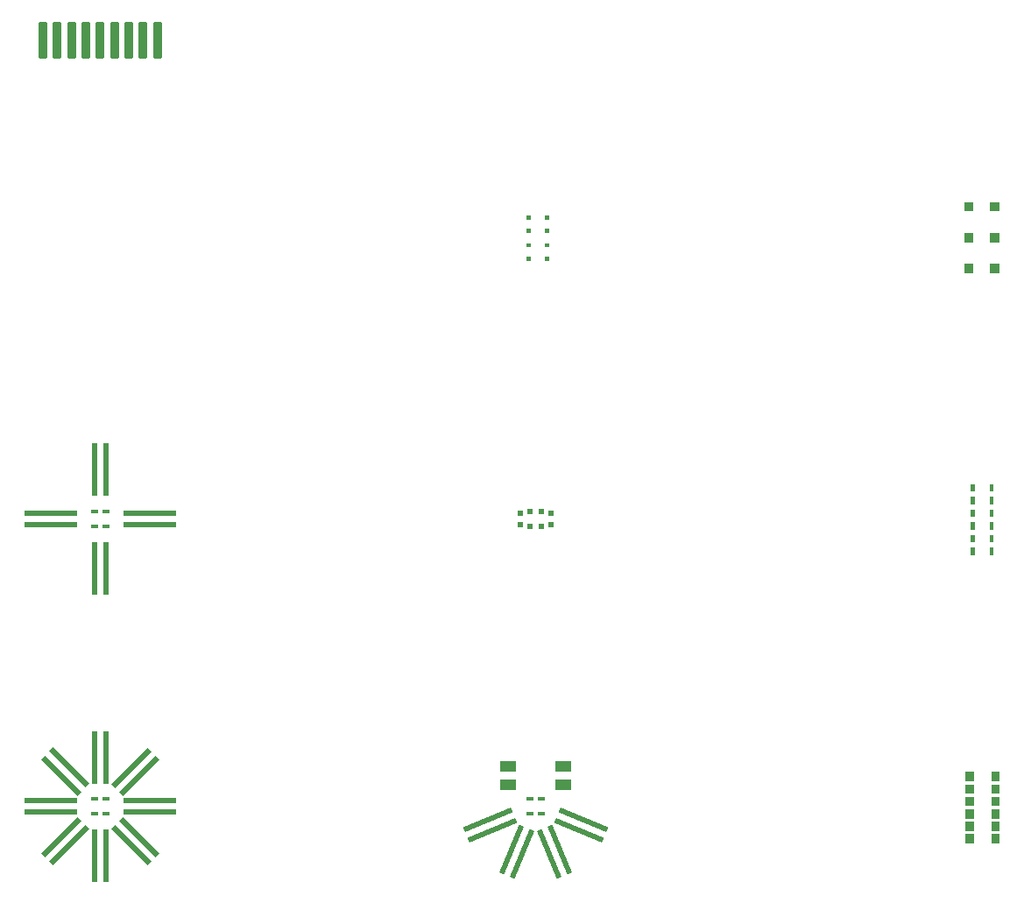
<source format=gtp>
G04*
G04 #@! TF.GenerationSoftware,Altium Limited,Altium Designer,20.0.1 (14)*
G04*
G04 Layer_Color=8421504*
%FSTAX24Y24*%
%MOIN*%
G70*
G01*
G75*
%ADD17R,0.0295X0.0118*%
%ADD18R,0.0591X0.0394*%
G04:AMPARAMS|DCode=19|XSize=31.5mil|YSize=137.8mil|CornerRadius=1.6mil|HoleSize=0mil|Usage=FLASHONLY|Rotation=180.000|XOffset=0mil|YOffset=0mil|HoleType=Round|Shape=RoundedRectangle|*
%AMROUNDEDRECTD19*
21,1,0.0315,0.1346,0,0,180.0*
21,1,0.0283,0.1378,0,0,180.0*
1,1,0.0032,-0.0142,0.0673*
1,1,0.0032,0.0142,0.0673*
1,1,0.0032,0.0142,-0.0673*
1,1,0.0032,-0.0142,-0.0673*
%
%ADD19ROUNDEDRECTD19*%
G04:AMPARAMS|DCode=20|XSize=19.7mil|YSize=196.9mil|CornerRadius=1mil|HoleSize=0mil|Usage=FLASHONLY|Rotation=180.000|XOffset=0mil|YOffset=0mil|HoleType=Round|Shape=RoundedRectangle|*
%AMROUNDEDRECTD20*
21,1,0.0197,0.1949,0,0,180.0*
21,1,0.0177,0.1969,0,0,180.0*
1,1,0.0020,-0.0089,0.0974*
1,1,0.0020,0.0089,0.0974*
1,1,0.0020,0.0089,-0.0974*
1,1,0.0020,-0.0089,-0.0974*
%
%ADD20ROUNDEDRECTD20*%
G04:AMPARAMS|DCode=21|XSize=19.7mil|YSize=196.9mil|CornerRadius=1mil|HoleSize=0mil|Usage=FLASHONLY|Rotation=90.000|XOffset=0mil|YOffset=0mil|HoleType=Round|Shape=RoundedRectangle|*
%AMROUNDEDRECTD21*
21,1,0.0197,0.1949,0,0,90.0*
21,1,0.0177,0.1969,0,0,90.0*
1,1,0.0020,0.0974,0.0089*
1,1,0.0020,0.0974,-0.0089*
1,1,0.0020,-0.0974,-0.0089*
1,1,0.0020,-0.0974,0.0089*
%
%ADD21ROUNDEDRECTD21*%
G04:AMPARAMS|DCode=22|XSize=19.7mil|YSize=196.9mil|CornerRadius=1mil|HoleSize=0mil|Usage=FLASHONLY|Rotation=22.500|XOffset=0mil|YOffset=0mil|HoleType=Round|Shape=RoundedRectangle|*
%AMROUNDEDRECTD22*
21,1,0.0197,0.1949,0,0,22.5*
21,1,0.0177,0.1969,0,0,22.5*
1,1,0.0020,0.0455,-0.0866*
1,1,0.0020,0.0291,-0.0934*
1,1,0.0020,-0.0455,0.0866*
1,1,0.0020,-0.0291,0.0934*
%
%ADD22ROUNDEDRECTD22*%
G04:AMPARAMS|DCode=23|XSize=19.7mil|YSize=196.9mil|CornerRadius=1mil|HoleSize=0mil|Usage=FLASHONLY|Rotation=67.500|XOffset=0mil|YOffset=0mil|HoleType=Round|Shape=RoundedRectangle|*
%AMROUNDEDRECTD23*
21,1,0.0197,0.1949,0,0,67.5*
21,1,0.0177,0.1969,0,0,67.5*
1,1,0.0020,0.0934,-0.0291*
1,1,0.0020,0.0866,-0.0455*
1,1,0.0020,-0.0934,0.0291*
1,1,0.0020,-0.0866,0.0455*
%
%ADD23ROUNDEDRECTD23*%
G04:AMPARAMS|DCode=24|XSize=19.7mil|YSize=196.9mil|CornerRadius=1mil|HoleSize=0mil|Usage=FLASHONLY|Rotation=337.500|XOffset=0mil|YOffset=0mil|HoleType=Round|Shape=RoundedRectangle|*
%AMROUNDEDRECTD24*
21,1,0.0197,0.1949,0,0,337.5*
21,1,0.0177,0.1969,0,0,337.5*
1,1,0.0020,-0.0291,-0.0934*
1,1,0.0020,-0.0455,-0.0866*
1,1,0.0020,0.0291,0.0934*
1,1,0.0020,0.0455,0.0866*
%
%ADD24ROUNDEDRECTD24*%
G04:AMPARAMS|DCode=25|XSize=19.7mil|YSize=196.9mil|CornerRadius=1mil|HoleSize=0mil|Usage=FLASHONLY|Rotation=292.500|XOffset=0mil|YOffset=0mil|HoleType=Round|Shape=RoundedRectangle|*
%AMROUNDEDRECTD25*
21,1,0.0197,0.1949,0,0,292.5*
21,1,0.0177,0.1969,0,0,292.5*
1,1,0.0020,-0.0866,-0.0455*
1,1,0.0020,-0.0934,-0.0291*
1,1,0.0020,0.0866,0.0455*
1,1,0.0020,0.0934,0.0291*
%
%ADD25ROUNDEDRECTD25*%
%ADD26R,0.0236X0.0197*%
%ADD27R,0.0197X0.0236*%
G04:AMPARAMS|DCode=28|XSize=19.7mil|YSize=196.9mil|CornerRadius=1mil|HoleSize=0mil|Usage=FLASHONLY|Rotation=315.000|XOffset=0mil|YOffset=0mil|HoleType=Round|Shape=RoundedRectangle|*
%AMROUNDEDRECTD28*
21,1,0.0197,0.1949,0,0,315.0*
21,1,0.0177,0.1969,0,0,315.0*
1,1,0.0020,-0.0626,-0.0752*
1,1,0.0020,-0.0752,-0.0626*
1,1,0.0020,0.0626,0.0752*
1,1,0.0020,0.0752,0.0626*
%
%ADD28ROUNDEDRECTD28*%
G04:AMPARAMS|DCode=29|XSize=19.7mil|YSize=196.9mil|CornerRadius=1mil|HoleSize=0mil|Usage=FLASHONLY|Rotation=45.000|XOffset=0mil|YOffset=0mil|HoleType=Round|Shape=RoundedRectangle|*
%AMROUNDEDRECTD29*
21,1,0.0197,0.1949,0,0,45.0*
21,1,0.0177,0.1969,0,0,45.0*
1,1,0.0020,0.0752,-0.0626*
1,1,0.0020,0.0626,-0.0752*
1,1,0.0020,-0.0752,0.0626*
1,1,0.0020,-0.0626,0.0752*
%
%ADD29ROUNDEDRECTD29*%
G36*
X052911Y042418D02*
X052557D01*
Y042772D01*
X052911D01*
Y042418D01*
D02*
G37*
G36*
X051927D02*
X051573D01*
Y042772D01*
X051927D01*
Y042418D01*
D02*
G37*
G36*
X035786Y042103D02*
X035628D01*
Y042261D01*
X035786D01*
Y042103D01*
D02*
G37*
G36*
X035077D02*
X034919D01*
Y042261D01*
X035077D01*
Y042103D01*
D02*
G37*
G36*
X035786Y041587D02*
X035628D01*
Y041745D01*
X035786D01*
Y041587D01*
D02*
G37*
G36*
X035077D02*
X034919D01*
Y041745D01*
X035077D01*
Y041587D01*
D02*
G37*
G36*
X052911Y041237D02*
X052557D01*
Y041591D01*
X052911D01*
Y041237D01*
D02*
G37*
G36*
X051927D02*
X051573D01*
Y041591D01*
X051927D01*
Y041237D01*
D02*
G37*
G36*
X035786Y041044D02*
X035628D01*
Y041202D01*
X035786D01*
Y041044D01*
D02*
G37*
G36*
X035077D02*
X034919D01*
Y041202D01*
X035077D01*
Y041044D01*
D02*
G37*
G36*
X035786Y040528D02*
X035628D01*
Y040686D01*
X035786D01*
Y040528D01*
D02*
G37*
G36*
X035077D02*
X034919D01*
Y040686D01*
X035077D01*
Y040528D01*
D02*
G37*
G36*
X052911Y040056D02*
X052557D01*
Y04041D01*
X052911D01*
Y040056D01*
D02*
G37*
G36*
X051927D02*
X051573D01*
Y04041D01*
X051927D01*
Y040056D01*
D02*
G37*
G36*
X052695Y031749D02*
X052537D01*
Y032024D01*
X052695D01*
Y031749D01*
D02*
G37*
G36*
X051986D02*
X051829D01*
Y032024D01*
X051986D01*
Y031749D01*
D02*
G37*
G36*
X052695Y031269D02*
X052537D01*
Y031544D01*
X052695D01*
Y031269D01*
D02*
G37*
G36*
X051986D02*
X051829D01*
Y031544D01*
X051986D01*
Y031269D01*
D02*
G37*
G36*
X052695Y030785D02*
X052537D01*
Y031061D01*
X052695D01*
Y030785D01*
D02*
G37*
G36*
X051986D02*
X051829D01*
Y031061D01*
X051986D01*
Y030785D01*
D02*
G37*
G36*
X052695Y030303D02*
X052537D01*
Y030579D01*
X052695D01*
Y030303D01*
D02*
G37*
G36*
X051986D02*
X051829D01*
Y030579D01*
X051986D01*
Y030303D01*
D02*
G37*
G36*
X052695Y02982D02*
X052537D01*
Y030095D01*
X052695D01*
Y02982D01*
D02*
G37*
G36*
X051986D02*
X051829D01*
Y030095D01*
X051986D01*
Y02982D01*
D02*
G37*
G36*
X052695Y029339D02*
X052537D01*
Y029615D01*
X052695D01*
Y029339D01*
D02*
G37*
G36*
X051986D02*
X051829D01*
Y029615D01*
X051986D01*
Y029339D01*
D02*
G37*
G36*
X052931Y020725D02*
X052616Y020725D01*
Y02108D01*
X052931Y02108D01*
X052931Y020725D01*
D02*
G37*
G36*
X051947Y020725D02*
X051632Y020725D01*
X051632Y02108D01*
X051947Y02108D01*
X051947Y020725D01*
D02*
G37*
G36*
X052931Y020253D02*
X052616D01*
Y020607D01*
X052931D01*
Y020253D01*
D02*
G37*
G36*
X051947D02*
X051632D01*
X051632Y020607D01*
X051947D01*
Y020253D01*
D02*
G37*
G36*
Y01978D02*
X051632Y01978D01*
X051632Y020135D01*
X051947D01*
X051947Y01978D01*
D02*
G37*
G36*
X052931D02*
X052616Y01978D01*
X052616Y020135D01*
X052931Y020135D01*
Y01978D01*
D02*
G37*
G36*
Y019308D02*
X052616D01*
X052616Y019662D01*
X052931Y019662D01*
X052931Y019308D01*
D02*
G37*
G36*
X051947Y019308D02*
X051632Y019308D01*
Y019662D01*
X051947Y019662D01*
X051947Y019308D01*
D02*
G37*
G36*
X052931Y018835D02*
X052616D01*
Y01919D01*
X052931D01*
X052931Y018835D01*
D02*
G37*
G36*
X051947D02*
X051632D01*
Y01919D01*
X051947D01*
Y018835D01*
D02*
G37*
G36*
Y018717D02*
Y018363D01*
X051632Y018363D01*
X051632Y018717D01*
X051947Y018717D01*
D02*
G37*
G36*
X052931Y018363D02*
X052616Y018363D01*
X052616Y018717D01*
X052931Y018717D01*
X052931Y018363D01*
D02*
G37*
D17*
X03548Y019495D02*
D03*
X035067Y019495D02*
D03*
X035067Y020046D02*
D03*
X03548Y020046D02*
D03*
X018906Y019495D02*
D03*
X018492D02*
D03*
Y020046D02*
D03*
X018906D02*
D03*
X018906Y030432D02*
D03*
X018492D02*
D03*
X018492Y030983D02*
D03*
X018906D02*
D03*
D18*
X036334Y021286D02*
D03*
Y020578D02*
D03*
X034214Y021286D02*
D03*
Y020578D02*
D03*
D19*
X016516Y048931D02*
D03*
X017061D02*
D03*
X017606D02*
D03*
X018152D02*
D03*
X018697D02*
D03*
X019242D02*
D03*
X019787D02*
D03*
X020333D02*
D03*
X020878D02*
D03*
D20*
X018482Y032578D02*
D03*
X018915D02*
D03*
X018915Y028837D02*
D03*
X018482D02*
D03*
X018482Y021641D02*
D03*
X018915D02*
D03*
X018917Y0179D02*
D03*
X018484D02*
D03*
D21*
X020569Y030924D02*
D03*
Y030491D02*
D03*
X016829D02*
D03*
Y030924D02*
D03*
X020569Y019989D02*
D03*
Y019556D02*
D03*
X016831D02*
D03*
Y019989D02*
D03*
D22*
X036189Y018126D02*
D03*
X035789Y01796D02*
D03*
D23*
X037084Y019255D02*
D03*
X036918Y018855D02*
D03*
D24*
X034758Y01796D02*
D03*
X034358Y018126D02*
D03*
D25*
X033629Y018855D02*
D03*
X033463Y019255D02*
D03*
D26*
X035864Y030491D02*
D03*
Y030924D02*
D03*
X034683D02*
D03*
Y030491D02*
D03*
D27*
X03549Y031003D02*
D03*
X035057D02*
D03*
Y030412D02*
D03*
X03549D02*
D03*
D28*
X020192Y020924D02*
D03*
X019886Y021231D02*
D03*
X017225Y018601D02*
D03*
X017532Y018295D02*
D03*
D29*
X017532Y021249D02*
D03*
X017225Y020942D02*
D03*
X01987Y018295D02*
D03*
X020176Y018601D02*
D03*
M02*

</source>
